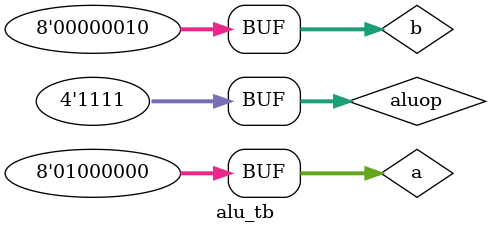
<source format=v>
module alu_tb();
reg [7:0]a;
reg [7:0]b;
wire [7:0]o;
reg [3:0]aluop;

alu my(a,b,o,aluop);

initial
begin
$monitor("A: %d B: %d Aluop: %b Output: %d",a,b,aluop,o);
a=64;
b=2;
aluop=0;
#5
aluop=1;
#5
aluop=2;
#5
aluop=3;
#5
aluop=4;
#5
aluop=5;
#5
aluop=6;
#5
aluop=7;
#5
aluop=8;
#5
aluop=9;
#5
aluop=10;
#5
aluop=11;
#5
aluop=12;
#5
aluop=13;
#5
aluop=14;
#5
aluop=15;

end
endmodule
</source>
